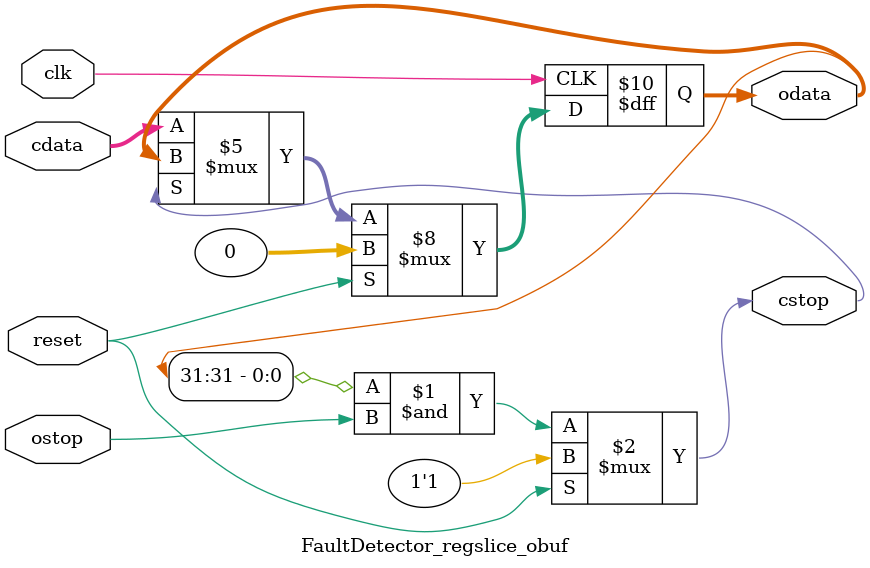
<source format=v>

`timescale 1ns/1ps

module FaultDetector_regslice_forward
#(parameter 
    DataWidth=32
)(
    input ap_clk ,
    input ap_rst,

    input [DataWidth-1:0] data_in , 
    input vld_in , 
    output ack_in ,
    output [DataWidth-1:0] data_out, 
    output vld_out,
    input ack_out,
    output apdone_blk
);
 
localparam W = DataWidth+1;

wire [W-1:0] cdata;
wire cstop;
wire [W-1:0] idata;
wire istop;
wire [W-1:0] odata;
wire ostop;

FaultDetector_regslice_obuf #(
  .W(W)
)
regslice_obuf_inst(
  .clk(ap_clk),
  .reset(ap_rst),
  .cdata(idata),
  .cstop(istop),
  .odata(odata),
  .ostop(ostop)
);

assign idata = {vld_in, data_in};
assign ack_in = ~istop;

assign vld_out = odata[W-1];
assign data_out = odata[W-2:0];
assign ostop = ~ack_out;

assign apdone_blk = ((ap_rst == 1'b0)&(1'b0 == ack_out)&(1'b1 == vld_out));

endmodule //forward

module FaultDetector_regslice_forward_w1
#(parameter 
    DataWidth=1
)(
    input ap_clk ,
    input ap_rst,

    input data_in , 
    input vld_in , 
    output ack_in ,
    output data_out, 
    output vld_out,
    input ack_out,
    output apdone_blk
);
 
localparam W = 2;

wire [W-1:0] cdata;
wire cstop;
wire [W-1:0] idata;
wire istop;
wire [W-1:0] odata;
wire ostop;

FaultDetector_regslice_obuf #(
  .W(W)
)
regslice_obuf_inst(
  .clk(ap_clk),
  .reset(ap_rst),
  .cdata(idata),
  .cstop(istop),
  .odata(odata),
  .ostop(ostop)
);

assign idata = {vld_in, data_in};
assign ack_in = ~istop;

assign vld_out = odata[W-1];
assign data_out = odata[W-2:0];
assign ostop = ~ack_out;

assign apdone_blk = ((ap_rst == 1'b0)&(1'b0 == ack_out)&(1'b1 == vld_out));

endmodule //forward


module FaultDetector_regslice_obuf
#(
    parameter W=32
)(
    input clk ,
    input reset,
    input [W-1:0] cdata ,
    output cstop ,
    output reg [W-1:0] odata,
    input ostop 
);

// Stop the core when buffer full and output not ready
assign cstop = reset? 1'b1 : (odata[W-1] & ostop);
 
always @(posedge clk)
    if(reset)
        odata <= {1'b0, {{W-1}{1'b0}}};
    else
        if (!cstop) begin// Can we accept more data?
            odata <= cdata; // Yes: load the buffer
        end

endmodule

    

</source>
